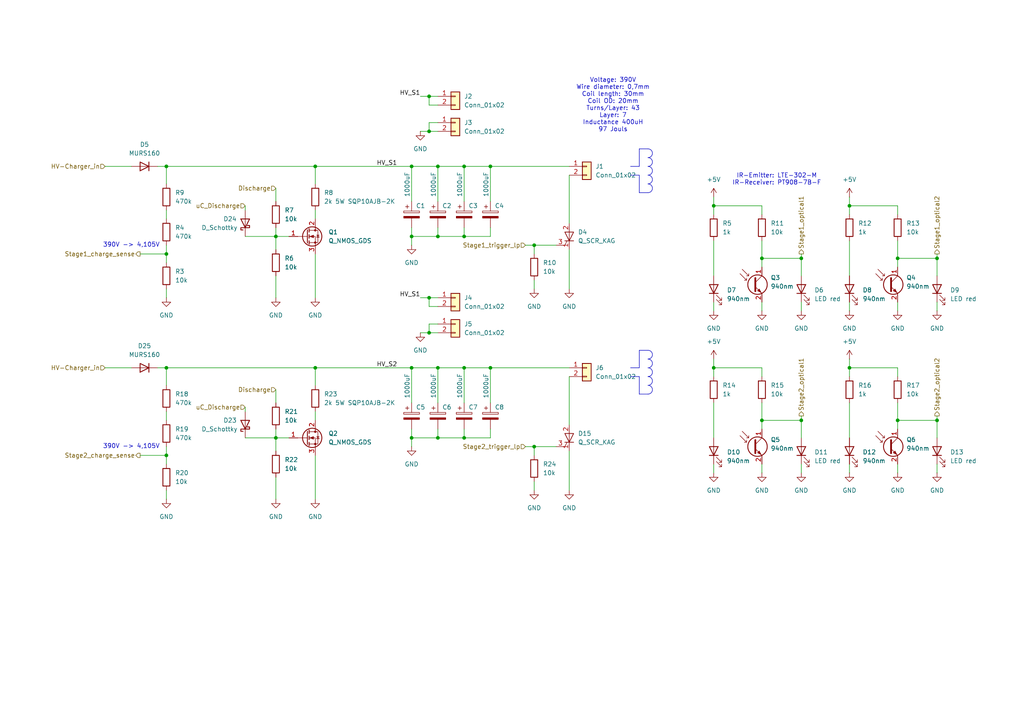
<source format=kicad_sch>
(kicad_sch (version 20250114) (generator "eeschema") (generator_version "9.0")
  (paper "A4")
  (lib_symbols
    (symbol "Connector_Generic:Conn_01x02" (pin_names (offset 1.016) (hide yes))
      (property "Reference" "J" (at 0 2.54 0))
      (property "Value" "Conn_01x02" (at 0 -5.08 0))
      (symbol "Conn_01x02_1_1"
        (rectangle (start -1.27 1.27) (end 1.27 -3.81) (stroke (width 0.254)) (fill (type background)))
        (rectangle (start -1.27 0.127) (end 0 -0.127) (stroke (width 0.1524)))
        (rectangle (start -1.27 -2.413) (end 0 -2.667) (stroke (width 0.1524)))
        (pin passive line (at -5.08 0 0) (length 3.81) (name "Pin_1") (number "1"))
        (pin passive line (at -5.08 -2.54 0) (length 3.81) (name "Pin_2") (number "2"))
      )
    )
    (symbol "Device:C_Polarized" (pin_numbers (hide yes)) (pin_names (offset 0.254))
      (property "Reference" "C" (at 0.635 2.54 0))
      (property "Value" "C_Polarized" (at 0.635 -2.54 0))
      (symbol "C_Polarized_0_1"
        (rectangle (start -2.286 0.508) (end 2.286 1.016))
        (polyline (pts (xy -1.778 2.286) (xy -0.762 2.286)))
        (polyline (pts (xy -1.27 2.794) (xy -1.27 1.778)))
        (rectangle (start 2.286 -0.508) (end -2.286 -1.016) (fill (type outline)))
      )
      (symbol "C_Polarized_1_1"
        (pin passive line (at 0 3.81 270) (length 2.794) (name "~") (number "1"))
        (pin passive line (at 0 -3.81 90) (length 2.794) (name "~") (number "2"))
      )
    )
    (symbol "Device:D" (pin_numbers (hide yes)) (pin_names (offset 1.016) (hide yes))
      (property "Reference" "D" (at 0 2.54 0))
      (property "Value" "D" (at 0 -2.54 0))
      (symbol "D_0_1"
        (polyline (pts (xy -1.27 1.27) (xy -1.27 -1.27)) (stroke (width 0.254)))
        (polyline (pts (xy 1.27 1.27) (xy 1.27 -1.27) (xy -1.27 0) (xy 1.27 1.27)) (stroke (width 0.254)))
        (polyline (pts (xy 1.27 0) (xy -1.27 0)))
      )
      (symbol "D_1_1"
        (pin passive line (at -3.81 0 0) (length 2.54) (name "K") (number "1"))
        (pin passive line (at 3.81 0 180) (length 2.54) (name "A") (number "2"))
      )
    )
    (symbol "Device:D_Schottky" (pin_numbers (hide yes)) (pin_names (offset 1.016) (hide yes))
      (property "Reference" "D" (at 0 2.54 0))
      (property "Value" "D_Schottky" (at 0 -2.54 0))
      (symbol "D_Schottky_0_1"
        (polyline (pts (xy -1.905 0.635) (xy -1.905 1.27) (xy -1.27 1.27) (xy -1.27 -1.27) (xy -0.635 -1.27) (xy -0.635 -0.635)) (stroke (width 0.254)))
        (polyline (pts (xy 1.27 1.27) (xy 1.27 -1.27) (xy -1.27 0) (xy 1.27 1.27)) (stroke (width 0.254)))
        (polyline (pts (xy 1.27 0) (xy -1.27 0)))
      )
      (symbol "D_Schottky_1_1"
        (pin passive line (at -3.81 0 0) (length 2.54) (name "K") (number "1"))
        (pin passive line (at 3.81 0 180) (length 2.54) (name "A") (number "2"))
      )
    )
    (symbol "Device:LED" (pin_numbers (hide yes)) (pin_names (offset 1.016) (hide yes))
      (property "Reference" "D" (at 0 2.54 0))
      (property "Value" "LED" (at 0 -2.54 0))
      (symbol "LED_0_1"
        (polyline (pts (xy -3.048 -0.762) (xy -4.572 -2.286) (xy -3.81 -2.286) (xy -4.572 -2.286) (xy -4.572 -1.524)))
        (polyline (pts (xy -1.778 -0.762) (xy -3.302 -2.286) (xy -2.54 -2.286) (xy -3.302 -2.286) (xy -3.302 -1.524)))
        (polyline (pts (xy -1.27 0) (xy 1.27 0)))
        (polyline (pts (xy -1.27 -1.27) (xy -1.27 1.27)) (stroke (width 0.254)))
        (polyline (pts (xy 1.27 -1.27) (xy 1.27 1.27) (xy -1.27 0) (xy 1.27 -1.27)) (stroke (width 0.254)))
      )
      (symbol "LED_1_1"
        (pin passive line (at -3.81 0 0) (length 2.54) (name "K") (number "1"))
        (pin passive line (at 3.81 0 180) (length 2.54) (name "A") (number "2"))
      )
    )
    (symbol "Device:Q_Photo_NPN" (pin_names (offset 0) (hide yes))
      (property "Reference" "Q" (at 5.08 1.27 0))
      (property "Value" "Q_Photo_NPN" (at 5.08 -1.27 0))
      (symbol "Q_Photo_NPN_0_1"
        (polyline (pts (xy -3.81 3.175) (xy -1.905 1.27) (xy -1.905 1.905)))
        (polyline (pts (xy -3.175 4.445) (xy -1.27 2.54) (xy -1.27 3.175)))
        (polyline (pts (xy -1.905 1.27) (xy -2.54 1.27)))
        (polyline (pts (xy -1.27 2.54) (xy -1.905 2.54)))
        (polyline (pts (xy 0.635 1.905) (xy 0.635 -1.905) (xy 0.635 -1.905)) (stroke (width 0.508)))
        (polyline (pts (xy 0.635 0.635) (xy 2.54 2.54)))
        (polyline (pts (xy 0.635 -0.635) (xy 2.54 -2.54) (xy 2.54 -2.54)))
        (circle (center 1.27 0) (radius 2.8194) (stroke (width 0.254)))
        (polyline (pts (xy 1.27 -1.778) (xy 1.778 -1.27) (xy 2.286 -2.286) (xy 1.27 -1.778) (xy 1.27 -1.778)) (fill (type outline)))
      )
      (symbol "Q_Photo_NPN_1_1"
        (pin passive line (at 2.54 5.08 270) (length 2.54) (name "C") (number "1"))
        (pin passive line (at 2.54 -5.08 90) (length 2.54) (name "E") (number "2"))
      )
    )
    (symbol "Device:Q_SCR_KAG" (pin_names (offset 0) (hide yes))
      (property "Reference" "D" (at 1.905 0.635 0))
      (property "Value" "Q_SCR_KAG" (at 1.905 -1.27 0))
      (symbol "Q_SCR_KAG_0_1"
        (polyline (pts (xy -1.27 1.27) (xy 1.27 1.27) (xy 0 -1.27) (xy -1.27 1.27)) (stroke (width 0.2032)))
        (polyline (pts (xy -1.27 -1.27) (xy 1.27 -1.27)) (stroke (width 0.2032)))
        (polyline (pts (xy -1.27 -2.54) (xy -0.635 -1.27)))
        (polyline (pts (xy 0 -2.54) (xy 0 2.54)))
      )
      (symbol "Q_SCR_KAG_1_1"
        (pin input line (at -3.81 -2.54 0) (length 2.54) (name "G") (number "3"))
        (pin passive line (at 0 3.81 270) (length 2.54) (name "A") (number "2"))
        (pin passive line (at 0 -3.81 90) (length 2.54) (name "K") (number "1"))
      )
    )
    (symbol "Device:R" (pin_numbers (hide yes)) (pin_names (offset 0))
      (property "Reference" "R" (at 2.032 0 90))
      (property "Value" "R" (at 0 0 90))
      (symbol "R_0_1"
        (rectangle (start -1.016 -2.54) (end 1.016 2.54) (stroke (width 0.254)))
      )
      (symbol "R_1_1"
        (pin passive line (at 0 3.81 270) (length 1.27) (name "~") (number "1"))
        (pin passive line (at 0 -3.81 90) (length 1.27) (name "~") (number "2"))
      )
    )
    (symbol "Transistor_FET:Q_NMOS_GDS" (pin_names (offset 0) (hide yes))
      (property "Reference" "Q" (at 5.08 1.905 0))
      (property "Value" "Q_NMOS_GDS" (at 5.08 0 0))
      (symbol "Q_NMOS_GDS_0_1"
        (polyline (pts (xy 0.254 1.905) (xy 0.254 -1.905)) (stroke (width 0.254)))
        (polyline (pts (xy 0.254 0) (xy -2.54 0)))
        (polyline (pts (xy 0.762 2.286) (xy 0.762 1.27)) (stroke (width 0.254)))
        (polyline (pts (xy 0.762 0.508) (xy 0.762 -0.508)) (stroke (width 0.254)))
        (polyline (pts (xy 0.762 -1.27) (xy 0.762 -2.286)) (stroke (width 0.254)))
        (polyline (pts (xy 0.762 -1.778) (xy 3.302 -1.778) (xy 3.302 1.778) (xy 0.762 1.778)))
        (polyline (pts (xy 1.016 0) (xy 2.032 0.381) (xy 2.032 -0.381) (xy 1.016 0)) (fill (type outline)))
        (circle (center 1.651 0) (radius 2.794) (stroke (width 0.254)))
        (polyline (pts (xy 2.54 2.54) (xy 2.54 1.778)))
        (circle (center 2.54 1.778) (radius 0.254) (fill (type outline)))
        (circle (center 2.54 -1.778) (radius 0.254) (fill (type outline)))
        (polyline (pts (xy 2.54 -2.54) (xy 2.54 0) (xy 0.762 0)))
        (polyline (pts (xy 2.921 0.381) (xy 3.683 0.381)))
        (polyline (pts (xy 3.302 0.381) (xy 2.921 -0.254) (xy 3.683 -0.254) (xy 3.302 0.381)))
      )
      (symbol "Q_NMOS_GDS_1_1"
        (pin input line (at -5.08 0 0) (length 2.54) (name "G") (number "1"))
        (pin passive line (at 2.54 5.08 270) (length 2.54) (name "D") (number "2"))
        (pin passive line (at 2.54 -5.08 90) (length 2.54) (name "S") (number "3"))
      )
    )
    (symbol "power:+5V" (power) (pin_numbers (hide yes)) (pin_names (offset 0) (hide yes))
      (property "Value" "+5V" (at 0 3.556 0))
      (symbol "+5V_0_1"
        (polyline (pts (xy -0.762 1.27) (xy 0 2.54)))
        (polyline (pts (xy 0 2.54) (xy 0.762 1.27)))
        (polyline (pts (xy 0 0) (xy 0 2.54)))
      )
      (symbol "+5V_1_1"
        (pin power_in line (at 0 0 90) (length 0) (name "~") (number "1"))
      )
    )
    (symbol "power:GND" (power) (pin_numbers (hide yes)) (pin_names (offset 0) (hide yes))
      (property "Value" "GND" (at 0 -3.81 0))
      (symbol "GND_0_1"
        (polyline (pts (xy 0 0) (xy 0 -1.27) (xy 1.27 -1.27) (xy 0 -2.54) (xy -1.27 -1.27) (xy 0 -1.27)))
      )
      (symbol "GND_1_1"
        (pin power_in line (at 0 0 270) (length 0) (name "~") (number "1"))
      )
    )
  )
  (arc (start 187.96 53.34) (mid 189.23 54.61) (end 187.96 55.88))
  (arc (start 187.96 43.18) (mid 189.23 44.45) (end 187.96 45.72))
  (arc (start 187.96 111.76) (mid 189.23 113.03) (end 187.96 114.3))
  (arc (start 187.96 106.68) (mid 189.23 107.95) (end 187.96 109.22))
  (arc (start 187.96 109.22) (mid 189.23 110.49) (end 187.96 111.76))
  (arc (start 187.96 48.26) (mid 189.23 49.53) (end 187.96 50.8))
  (arc (start 187.96 101.6) (mid 189.23 102.87) (end 187.96 104.14))
  (arc (start 187.96 45.72) (mid 189.23 46.99) (end 187.96 48.26))
  (arc (start 187.96 104.14) (mid 189.23 105.41) (end 187.96 106.68))
  (arc (start 187.96 50.8) (mid 189.23 52.07) (end 187.96 53.34))
  (text "IR-Emitter: LTE-302-M\nIR-Receiver: PT908-7B-F" (at 225.298 52.07 0) (effects (font (size 1.27 1.27))))
  (text "Voltage: 390V\nWire diameter: 0,7mm\nCoil length: 30mm\nCoil OD: 20mm\nTurns/Layer: 43\nLayer: 7\nInductance 400uH\n97 Jouls" (at 177.8 30.48 0) (effects (font (size 1.27 1.27))))
  (text "390V -> 4,105V" (at 38.1 71.12 0) (effects (font (size 1.27 1.27))))
  (text "390V -> 4,105V" (at 38.1 129.54 0) (effects (font (size 1.27 1.27))))
  (junction (at 220.98 121.92))
  (junction (at 260.35 74.93))
  (junction (at 48.26 106.68))
  (junction (at 124.46 38.1))
  (junction (at 127 68.58))
  (junction (at 142.24 48.26))
  (junction (at 124.46 96.52))
  (junction (at 134.62 106.68))
  (junction (at 154.94 71.12))
  (junction (at 127 127))
  (junction (at 246.38 106.68))
  (junction (at 48.26 48.26))
  (junction (at 134.62 127))
  (junction (at 48.26 73.66))
  (junction (at 80.01 68.58))
  (junction (at 246.38 59.69))
  (junction (at 48.26 132.08))
  (junction (at 119.38 127))
  (junction (at 124.46 27.94))
  (junction (at 127 48.26))
  (junction (at 271.78 121.92))
  (junction (at 119.38 68.58))
  (junction (at 91.44 106.68))
  (junction (at 154.94 129.54))
  (junction (at 260.35 121.92))
  (junction (at 271.78 74.93))
  (junction (at 119.38 106.68))
  (junction (at 207.01 106.68))
  (junction (at 91.44 48.26))
  (junction (at 80.01 127))
  (junction (at 124.46 86.36))
  (junction (at 207.01 59.69))
  (junction (at 232.41 74.93))
  (junction (at 119.38 48.26))
  (junction (at 127 106.68))
  (junction (at 134.62 68.58))
  (junction (at 134.62 48.26))
  (junction (at 232.41 121.92))
  (junction (at 142.24 106.68))
  (junction (at 220.98 74.93))
  (wire (pts (xy 207.01 57.15) (xy 207.01 59.69)))
  (wire (pts (xy 134.62 48.26) (xy 134.62 58.42)))
  (wire (pts (xy 45.72 106.68) (xy 48.26 106.68)))
  (wire (pts (xy 91.44 48.26) (xy 119.38 48.26)))
  (wire (pts (xy 207.01 134.62) (xy 207.01 137.16)))
  (wire (pts (xy 260.35 109.22) (xy 260.35 106.68)))
  (polyline (pts (xy 185.42 50.8) (xy 185.42 55.88)))
  (polyline (pts (xy 182.88 50.8) (xy 185.42 50.8)))
  (wire (pts (xy 271.78 120.65) (xy 271.78 121.92)))
  (wire (pts (xy 152.4 129.54) (xy 154.94 129.54)))
  (wire (pts (xy 119.38 127) (xy 119.38 129.54)))
  (wire (pts (xy 30.48 106.68) (xy 38.1 106.68)))
  (polyline (pts (xy 182.88 106.68) (xy 185.42 106.68)))
  (wire (pts (xy 127 48.26) (xy 127 58.42)))
  (wire (pts (xy 260.35 134.62) (xy 260.35 137.16)))
  (wire (pts (xy 124.46 30.48) (xy 124.46 27.94)))
  (wire (pts (xy 48.26 48.26) (xy 48.26 53.34)))
  (wire (pts (xy 127 35.56) (xy 124.46 35.56)))
  (wire (pts (xy 260.35 62.23) (xy 260.35 59.69)))
  (wire (pts (xy 48.26 60.96) (xy 48.26 63.5)))
  (wire (pts (xy 154.94 129.54) (xy 161.29 129.54)))
  (wire (pts (xy 121.92 86.36) (xy 124.46 86.36)))
  (wire (pts (xy 260.35 121.92) (xy 271.78 121.92)))
  (wire (pts (xy 127 93.98) (xy 124.46 93.98)))
  (wire (pts (xy 260.35 106.68) (xy 246.38 106.68)))
  (wire (pts (xy 119.38 68.58) (xy 127 68.58)))
  (wire (pts (xy 165.1 72.39) (xy 165.1 83.82)))
  (wire (pts (xy 220.98 121.92) (xy 232.41 121.92)))
  (wire (pts (xy 165.1 50.8) (xy 165.1 64.77)))
  (polyline (pts (xy 185.42 106.68) (xy 185.42 101.6)))
  (wire (pts (xy 154.94 71.12) (xy 154.94 73.66)))
  (wire (pts (xy 220.98 109.22) (xy 220.98 106.68)))
  (wire (pts (xy 48.26 132.08) (xy 48.26 134.62)))
  (wire (pts (xy 80.01 113.03) (xy 80.01 116.84)))
  (wire (pts (xy 134.62 48.26) (xy 142.24 48.26)))
  (polyline (pts (xy 185.42 55.88) (xy 187.96 55.88)))
  (wire (pts (xy 246.38 57.15) (xy 246.38 59.69)))
  (wire (pts (xy 121.92 38.1) (xy 124.46 38.1)))
  (wire (pts (xy 91.44 48.26) (xy 48.26 48.26)))
  (wire (pts (xy 134.62 127) (xy 142.24 127)))
  (wire (pts (xy 246.38 116.84) (xy 246.38 127)))
  (wire (pts (xy 246.38 69.85) (xy 246.38 80.01)))
  (wire (pts (xy 246.38 104.14) (xy 246.38 106.68)))
  (wire (pts (xy 134.62 127) (xy 134.62 124.46)))
  (wire (pts (xy 119.38 127) (xy 119.38 124.46)))
  (wire (pts (xy 48.26 73.66) (xy 48.26 76.2)))
  (wire (pts (xy 124.46 30.48) (xy 127 30.48)))
  (wire (pts (xy 142.24 106.68) (xy 165.1 106.68)))
  (wire (pts (xy 40.64 73.66) (xy 48.26 73.66)))
  (wire (pts (xy 220.98 116.84) (xy 220.98 121.92)))
  (wire (pts (xy 124.46 93.98) (xy 124.46 96.52)))
  (wire (pts (xy 127 106.68) (xy 127 116.84)))
  (wire (pts (xy 154.94 81.28) (xy 154.94 83.82)))
  (wire (pts (xy 271.78 121.92) (xy 271.78 127)))
  (wire (pts (xy 119.38 68.58) (xy 119.38 71.12)))
  (wire (pts (xy 127 68.58) (xy 134.62 68.58)))
  (wire (pts (xy 80.01 127) (xy 80.01 130.81)))
  (wire (pts (xy 134.62 106.68) (xy 134.62 116.84)))
  (wire (pts (xy 154.94 71.12) (xy 161.29 71.12)))
  (polyline (pts (xy 185.42 43.18) (xy 187.96 43.18)))
  (wire (pts (xy 71.12 59.69) (xy 71.12 60.96)))
  (wire (pts (xy 220.98 74.93) (xy 220.98 77.47)))
  (wire (pts (xy 91.44 119.38) (xy 91.44 121.92)))
  (wire (pts (xy 48.26 71.12) (xy 48.26 73.66)))
  (wire (pts (xy 91.44 106.68) (xy 119.38 106.68)))
  (wire (pts (xy 154.94 129.54) (xy 154.94 132.08)))
  (wire (pts (xy 232.41 73.66) (xy 232.41 74.93)))
  (wire (pts (xy 134.62 106.68) (xy 142.24 106.68)))
  (wire (pts (xy 207.01 59.69) (xy 207.01 62.23)))
  (wire (pts (xy 127 48.26) (xy 134.62 48.26)))
  (wire (pts (xy 127 68.58) (xy 127 66.04)))
  (wire (pts (xy 271.78 134.62) (xy 271.78 137.16)))
  (wire (pts (xy 142.24 68.58) (xy 134.62 68.58)))
  (wire (pts (xy 232.41 121.92) (xy 232.41 127)))
  (wire (pts (xy 91.44 106.68) (xy 48.26 106.68)))
  (wire (pts (xy 119.38 106.68) (xy 127 106.68)))
  (wire (pts (xy 119.38 48.26) (xy 119.38 58.42)))
  (wire (pts (xy 48.26 144.78) (xy 48.26 142.24)))
  (wire (pts (xy 207.01 106.68) (xy 207.01 109.22)))
  (wire (pts (xy 142.24 106.68) (xy 142.24 116.84)))
  (wire (pts (xy 142.24 127) (xy 142.24 124.46)))
  (wire (pts (xy 271.78 74.93) (xy 271.78 80.01)))
  (wire (pts (xy 220.98 69.85) (xy 220.98 74.93)))
  (wire (pts (xy 246.38 59.69) (xy 246.38 62.23)))
  (wire (pts (xy 220.98 121.92) (xy 220.98 124.46)))
  (wire (pts (xy 91.44 48.26) (xy 91.44 53.34)))
  (wire (pts (xy 121.92 27.94) (xy 124.46 27.94)))
  (wire (pts (xy 260.35 116.84) (xy 260.35 121.92)))
  (wire (pts (xy 134.62 68.58) (xy 134.62 66.04)))
  (wire (pts (xy 207.01 116.84) (xy 207.01 127)))
  (wire (pts (xy 232.41 134.62) (xy 232.41 137.16)))
  (wire (pts (xy 260.35 74.93) (xy 271.78 74.93)))
  (wire (pts (xy 80.01 80.01) (xy 80.01 86.36)))
  (wire (pts (xy 48.26 106.68) (xy 48.26 111.76)))
  (wire (pts (xy 142.24 48.26) (xy 142.24 58.42)))
  (wire (pts (xy 152.4 71.12) (xy 154.94 71.12)))
  (wire (pts (xy 119.38 68.58) (xy 119.38 66.04)))
  (wire (pts (xy 119.38 106.68) (xy 119.38 116.84)))
  (polyline (pts (xy 182.88 48.26) (xy 185.42 48.26)))
  (wire (pts (xy 91.44 106.68) (xy 91.44 111.76)))
  (wire (pts (xy 246.38 87.63) (xy 246.38 90.17)))
  (wire (pts (xy 220.98 106.68) (xy 207.01 106.68)))
  (wire (pts (xy 124.46 96.52) (xy 127 96.52)))
  (polyline (pts (xy 185.42 114.3) (xy 187.96 114.3)))
  (wire (pts (xy 80.01 54.61) (xy 80.01 58.42)))
  (wire (pts (xy 260.35 69.85) (xy 260.35 74.93)))
  (wire (pts (xy 232.41 74.93) (xy 232.41 80.01)))
  (wire (pts (xy 124.46 88.9) (xy 124.46 86.36)))
  (wire (pts (xy 80.01 124.46) (xy 80.01 127)))
  (wire (pts (xy 40.64 132.08) (xy 48.26 132.08)))
  (wire (pts (xy 80.01 68.58) (xy 83.82 68.58)))
  (wire (pts (xy 127 127) (xy 127 124.46)))
  (wire (pts (xy 260.35 121.92) (xy 260.35 124.46)))
  (wire (pts (xy 48.26 119.38) (xy 48.26 121.92)))
  (wire (pts (xy 207.01 104.14) (xy 207.01 106.68)))
  (wire (pts (xy 80.01 66.04) (xy 80.01 68.58)))
  (wire (pts (xy 124.46 27.94) (xy 127 27.94)))
  (wire (pts (xy 232.41 120.65) (xy 232.41 121.92)))
  (wire (pts (xy 45.72 48.26) (xy 48.26 48.26)))
  (wire (pts (xy 142.24 48.26) (xy 165.1 48.26)))
  (wire (pts (xy 246.38 134.62) (xy 246.38 137.16)))
  (wire (pts (xy 246.38 106.68) (xy 246.38 109.22)))
  (wire (pts (xy 124.46 38.1) (xy 127 38.1)))
  (wire (pts (xy 232.41 87.63) (xy 232.41 90.17)))
  (wire (pts (xy 220.98 74.93) (xy 232.41 74.93)))
  (wire (pts (xy 124.46 88.9) (xy 127 88.9)))
  (wire (pts (xy 127 106.68) (xy 134.62 106.68)))
  (wire (pts (xy 48.26 86.36) (xy 48.26 83.82)))
  (wire (pts (xy 80.01 68.58) (xy 80.01 72.39)))
  (wire (pts (xy 165.1 109.22) (xy 165.1 123.19)))
  (wire (pts (xy 271.78 73.66) (xy 271.78 74.93)))
  (wire (pts (xy 119.38 48.26) (xy 127 48.26)))
  (polyline (pts (xy 185.42 109.22) (xy 185.42 114.3)))
  (wire (pts (xy 220.98 134.62) (xy 220.98 137.16)))
  (wire (pts (xy 91.44 73.66) (xy 91.44 86.36)))
  (wire (pts (xy 80.01 138.43) (xy 80.01 144.78)))
  (wire (pts (xy 48.26 129.54) (xy 48.26 132.08)))
  (wire (pts (xy 260.35 74.93) (xy 260.35 77.47)))
  (polyline (pts (xy 182.88 109.22) (xy 185.42 109.22)))
  (wire (pts (xy 220.98 62.23) (xy 220.98 59.69)))
  (wire (pts (xy 220.98 87.63) (xy 220.98 90.17)))
  (wire (pts (xy 220.98 59.69) (xy 207.01 59.69)))
  (wire (pts (xy 30.48 48.26) (xy 38.1 48.26)))
  (wire (pts (xy 71.12 118.11) (xy 71.12 119.38)))
  (wire (pts (xy 71.12 68.58) (xy 80.01 68.58)))
  (wire (pts (xy 124.46 86.36) (xy 127 86.36)))
  (wire (pts (xy 154.94 139.7) (xy 154.94 142.24)))
  (wire (pts (xy 80.01 127) (xy 83.82 127)))
  (polyline (pts (xy 185.42 101.6) (xy 187.96 101.6)))
  (wire (pts (xy 260.35 87.63) (xy 260.35 90.17)))
  (wire (pts (xy 71.12 127) (xy 80.01 127)))
  (wire (pts (xy 91.44 132.08) (xy 91.44 144.78)))
  (wire (pts (xy 207.01 87.63) (xy 207.01 90.17)))
  (polyline (pts (xy 185.42 48.26) (xy 185.42 43.18)))
  (wire (pts (xy 121.92 96.52) (xy 124.46 96.52)))
  (wire (pts (xy 260.35 59.69) (xy 246.38 59.69)))
  (wire (pts (xy 271.78 87.63) (xy 271.78 90.17)))
  (wire (pts (xy 127 127) (xy 134.62 127)))
  (wire (pts (xy 207.01 69.85) (xy 207.01 80.01)))
  (wire (pts (xy 124.46 35.56) (xy 124.46 38.1)))
  (wire (pts (xy 119.38 127) (xy 127 127)))
  (wire (pts (xy 142.24 68.58) (xy 142.24 66.04)))
  (wire (pts (xy 91.44 60.96) (xy 91.44 63.5)))
  (wire (pts (xy 165.1 130.81) (xy 165.1 142.24)))
  (label "HV_S2" (at 109.22 106.68 0))
  (label "HV_S1" (at 121.92 27.94 180))
  (label "HV_S1" (at 109.22 48.26 0))
  (label "HV_S1" (at 121.92 86.36 180))
  (hierarchical_label "uC_Discharge" (shape input) (at 71.12 59.69 180))
  (hierarchical_label "Stage2_optical2" (shape output) (at 271.78 120.65 90))
  (hierarchical_label "uC_Discharge" (shape input) (at 71.12 118.11 180))
  (hierarchical_label "Discharge" (shape input) (at 80.01 54.61 180))
  (hierarchical_label "Stage2_trigger_lp" (shape input) (at 152.4 129.54 180))
  (hierarchical_label "HV-Charger_in" (shape input) (at 30.48 106.68 180))
  (hierarchical_label "Stage2_optical1" (shape output) (at 232.41 120.65 90))
  (hierarchical_label "Discharge" (shape input) (at 80.01 113.03 180))
  (hierarchical_label "Stage2_charge_sense" (shape output) (at 40.64 132.08 180))
  (hierarchical_label "Stage1_trigger_lp" (shape input) (at 152.4 71.12 180))
  (hierarchical_label "Stage1_optical1" (shape output) (at 232.41 73.66 90))
  (hierarchical_label "Stage1_charge_sense" (shape output) (at 40.64 73.66 180))
  (hierarchical_label "HV-Charger_in" (shape input) (at 30.48 48.26 180))
  (hierarchical_label "Stage1_optical2" (shape output) (at 271.78 73.66 90))
  (symbol (lib_id "Device:R") (at 246.38 66.04 0) (unit 1)
    (property "Reference" "R12" (at 248.92 64.7699 0) (effects (justify left)))
    (property "Value" "1k" (at 248.92 67.3099 0) (effects (justify left)))
    (property "Footprint" "Resistor_SMD:R_0805_2012Metric_Pad1.20x1.40mm_HandSolder" (effects (hide yes)))
    (property "Description" "Resistor" (effects (hide yes)))
    (property "MPN" "RC0805FR-101KL" (effects (hide yes)))
  )
  (symbol (lib_id "power:+5V") (at 207.01 57.15 0) (unit 1)
    (property "Reference" "#PWR021" (effects (hide yes)))
    (property "Value" "+5V" (at 207.01 52.07 0))
    (property "Description" "Power symbol creates a global label with name \"+5V\"" (effects (hide yes)))
  )
  (symbol (lib_id "Device:Q_Photo_NPN") (at 257.81 129.54 0) (unit 1)
    (property "Reference" "Q6" (at 262.89 127.5206 0) (effects (justify left)))
    (property "Value" "940nm" (at 262.89 130.0606 0) (effects (justify left)))
    (property "Footprint" "LED_THT:LED_SideEmitter_Rectangular_W4.5mm_H1.6mm" (effects (hide yes)))
    (property "Datasheet" "https://mm.digikey.com/Volume0/opasdata/d220001/medias/docus/7136/1080_PT908-7B-F.pdf" (effects (hide yes)))
    (property "Description" "NPN phototransistor, collector/emitter" (effects (hide yes)))
    (property "MPN" "PT908-7B-F" (effects (hide yes)))
  )
  (symbol (lib_id "power:+5V") (at 246.38 104.14 0) (unit 1)
    (property "Reference" "#PWR031" (effects (hide yes)))
    (property "Value" "+5V" (at 246.38 99.06 0))
    (property "Description" "Power symbol creates a global label with name \"+5V\"" (effects (hide yes)))
  )
  (symbol (lib_id "Device:LED") (at 246.38 83.82 90) (unit 1)
    (property "Reference" "D8" (at 250.19 84.1374 90) (effects (justify right)))
    (property "Value" "940nm" (at 250.19 86.6774 90) (effects (justify right)))
    (property "Footprint" "LED_THT:LED_SideEmitter_Rectangular_W4.5mm_H1.6mm" (effects (hide yes)))
    (property "Datasheet" "https://mm.digikey.com/Volume0/opasdata/d220001/medias/docus/1187/LTE-302-M.PDF" (effects (hide yes)))
    (property "Description" "Light emitting diode" (effects (hide yes)))
    (property "Sim.Pins" "1=K 2=A" (effects (hide yes)))
    (property "MPN" "LTE-302-M" (effects (hide yes)))
  )
  (symbol (lib_id "Device:D_Schottky") (at 71.12 123.19 90) (unit 1)
    (property "Reference" "D23" (at 64.77 121.92 90) (effects (justify right)))
    (property "Value" "D_Schottky" (at 58.42 124.46 90) (effects (justify right)))
    (property "Footprint" "Diode_SMD:D_SOD-123" (effects (hide yes)))
    (property "Datasheet" "https://www.diodes.com/assets/Datasheets/B0540W.pdf" (effects (hide yes)))
    (property "Description" "Schottky diode" (effects (hide yes)))
    (property "MPN" "B0540W-7-F" (effects (hide yes)))
  )
  (symbol (lib_id "power:GND") (at 260.35 137.16 0) (unit 1)
    (property "Reference" "#PWR033" (effects (hide yes)))
    (property "Value" "GND" (at 260.35 142.24 0))
    (property "Description" "Power symbol creates a global label with name \"GND\" , ground" (effects (hide yes)))
  )
  (symbol (lib_id "Device:R") (at 48.26 138.43 0) (unit 1)
    (property "Reference" "R20" (at 50.8 137.1599 0) (effects (justify left)))
    (property "Value" "10k" (at 50.8 139.6999 0) (effects (justify left)))
    (property "Footprint" "Resistor_SMD:R_0805_2012Metric_Pad1.20x1.40mm_HandSolder" (effects (hide yes)))
    (property "Description" "Resistor" (effects (hide yes)))
    (property "MPN" "RC0805FR-0710KL" (effects (hide yes)))
  )
  (symbol (lib_id "Device:D_Schottky") (at 71.12 64.77 90) (unit 1)
    (property "Reference" "D24" (at 64.77 63.5 90) (effects (justify right)))
    (property "Value" "D_Schottky" (at 58.42 66.04 90) (effects (justify right)))
    (property "Footprint" "Diode_SMD:D_SOD-123" (effects (hide yes)))
    (property "Datasheet" "https://www.diodes.com/assets/Datasheets/B0540W.pdf" (effects (hide yes)))
    (property "Description" "Schottky diode" (effects (hide yes)))
    (property "MPN" "B0540W-7-F" (effects (hide yes)))
  )
  (symbol (lib_id "Device:R") (at 48.26 57.15 0) (unit 1)
    (property "Reference" "R9" (at 50.8 55.8799 0) (effects (justify left)))
    (property "Value" "470k" (at 50.8 58.4199 0) (effects (justify left)))
    (property "Footprint" "Resistor_THT:R_Axial_DIN0207_L6.3mm_D2.5mm_P10.16mm_Horizontal" (effects (hide yes)))
    (property "Description" "Resistor" (effects (hide yes)))
    (property "MPN" "RNV14FAL470K" (effects (hide yes)))
  )
  (symbol (lib_id "Device:Q_Photo_NPN") (at 218.44 82.55 0) (unit 1)
    (property "Reference" "Q3" (at 223.52 80.5306 0) (effects (justify left)))
    (property "Value" "940nm" (at 223.52 83.0706 0) (effects (justify left)))
    (property "Footprint" "LED_THT:LED_SideEmitter_Rectangular_W4.5mm_H1.6mm" (effects (hide yes)))
    (property "Datasheet" "https://mm.digikey.com/Volume0/opasdata/d220001/medias/docus/7136/1080_PT908-7B-F.pdf" (effects (hide yes)))
    (property "Description" "NPN phototransistor, collector/emitter" (effects (hide yes)))
    (property "MPN" "PT908-7B-F" (effects (hide yes)))
  )
  (symbol (lib_id "power:GND") (at 121.92 38.1 0) (unit 1)
    (property "Reference" "#PWR09" (effects (hide yes)))
    (property "Value" "GND" (at 121.92 43.18 0))
    (property "Description" "Power symbol creates a global label with name \"GND\" , ground" (effects (hide yes)))
  )
  (symbol (lib_id "power:GND") (at 165.1 83.82 0) (unit 1)
    (property "Reference" "#PWR011" (effects (hide yes)))
    (property "Value" "GND" (at 165.1 88.9 0))
    (property "Description" "Power symbol creates a global label with name \"GND\" , ground" (effects (hide yes)))
  )
  (symbol (lib_id "Device:R") (at 80.01 76.2 0) (unit 1)
    (property "Reference" "R6" (at 82.55 74.9299 0) (effects (justify left)))
    (property "Value" "10k" (at 82.55 77.4699 0) (effects (justify left)))
    (property "Footprint" "Resistor_SMD:R_0805_2012Metric_Pad1.20x1.40mm_HandSolder" (effects (hide yes)))
    (property "Description" "Resistor" (effects (hide yes)))
    (property "MPN" "RC0805FR-0710KL" (effects (hide yes)))
  )
  (symbol (lib_id "Device:R") (at 207.01 66.04 0) (unit 1)
    (property "Reference" "R5" (at 209.55 64.7699 0) (effects (justify left)))
    (property "Value" "1k" (at 209.55 67.3099 0) (effects (justify left)))
    (property "Footprint" "Resistor_SMD:R_0805_2012Metric_Pad1.20x1.40mm_HandSolder" (effects (hide yes)))
    (property "Description" "Resistor" (effects (hide yes)))
    (property "MPN" "RC0805FR-101KL" (effects (hide yes)))
  )
  (symbol (lib_id "Device:D") (at 41.91 106.68 180) (unit 1)
    (property "Reference" "D25" (at 41.91 100.33 0))
    (property "Value" "MURS160" (at 41.91 102.87 0))
    (property "Footprint" "Diode_SMD:D_SMB_Handsoldering" (effects (hide yes)))
    (property "Description" "Diode" (effects (hide yes)))
    (property "Sim.Device" "D" (effects (hide yes)))
    (property "Sim.Pins" "1=K 2=A" (effects (hide yes)))
    (property "MPN" "MURS160" (effects (hide yes)))
  )
  (symbol (lib_id "Device:R") (at 154.94 77.47 0) (unit 1)
    (property "Reference" "R10" (at 157.48 76.1999 0) (effects (justify left)))
    (property "Value" "10k" (at 157.48 78.7399 0) (effects (justify left)))
    (property "Footprint" "Resistor_SMD:R_0805_2012Metric_Pad1.20x1.40mm_HandSolder" (effects (hide yes)))
    (property "Description" "Resistor" (effects (hide yes)))
    (property "MPN" "RC0805FR-0710KL" (effects (hide yes)))
  )
  (symbol (lib_id "Device:C_Polarized") (at 142.24 120.65 0) (unit 1)
    (property "Reference" "C8" (at 143.51 118.11 0) (effects (justify left)))
    (property "Value" "1000uF" (at 140.97 115.57 90) (effects (justify left)))
    (property "Footprint" "Capacitor_THT:CP_Radial_D35.0mm_P10.00mm_SnapIn" (effects (hide yes)))
    (property "Datasheet" "https://www.chemi-con.co.jp/products/relatedfiles/capacitor/catalog/SMRN-e.PDF" (effects (hide yes)))
    (property "Description" "Polarized capacitor" (effects (hide yes)))
    (property "MPN" "ESMR401VSN102MA50S" (effects (hide yes)))
  )
  (symbol (lib_id "power:GND") (at 246.38 137.16 0) (unit 1)
    (property "Reference" "#PWR032" (effects (hide yes)))
    (property "Value" "GND" (at 246.38 142.24 0))
    (property "Description" "Power symbol creates a global label with name \"GND\" , ground" (effects (hide yes)))
  )
  (symbol (lib_id "Device:Q_SCR_KAG") (at 165.1 127 0) (unit 1)
    (property "Reference" "D15" (at 167.64 125.7299 0) (effects (justify left)))
    (property "Value" "Q_SCR_KAG" (at 167.64 128.2699 0) (effects (justify left)))
    (property "Footprint" "Package_TO_SOT_THT:TO-247-3_Vertical" (effects (hide yes)))
    (property "Description" "Silicon controlled rectifier, cathode/anode/gate" (effects (hide yes)))
    (property "MPN" "70TPS12" (effects (hide yes)))
  )
  (symbol (lib_id "Device:R") (at 80.01 120.65 0) (unit 1)
    (property "Reference" "R21" (at 82.55 119.3799 0) (effects (justify left)))
    (property "Value" "10k" (at 82.55 121.9199 0) (effects (justify left)))
    (property "Footprint" "Resistor_SMD:R_0805_2012Metric_Pad1.20x1.40mm_HandSolder" (effects (hide yes)))
    (property "Description" "Resistor" (effects (hide yes)))
    (property "MPN" "RC0805FR-0710KL" (effects (hide yes)))
  )
  (symbol (lib_id "Device:R") (at 246.38 113.03 0) (unit 1)
    (property "Reference" "R16" (at 248.92 111.7599 0) (effects (justify left)))
    (property "Value" "1k" (at 248.92 114.2999 0) (effects (justify left)))
    (property "Footprint" "Resistor_SMD:R_0805_2012Metric_Pad1.20x1.40mm_HandSolder" (effects (hide yes)))
    (property "Description" "Resistor" (effects (hide yes)))
    (property "MPN" "RC0805FR-101KL" (effects (hide yes)))
  )
  (symbol (lib_id "Connector_Generic:Conn_01x02") (at 132.08 93.98 0) (unit 1)
    (property "Reference" "J5" (at 134.62 93.9799 0) (effects (justify left)))
    (property "Value" "Conn_01x02" (at 134.62 96.5199 0) (effects (justify left)))
    (property "Footprint" "Connector_PinHeader_2.54mm:PinHeader_1x02_P2.54mm_Vertical" (effects (hide yes)))
    (property "Description" "Generic connector, single row, 01x02, script generated (kicad-library-utils/schlib/autogen/connector/)" (effects (hide yes)))
  )
  (symbol (lib_id "Device:R") (at 80.01 62.23 0) (unit 1)
    (property "Reference" "R7" (at 82.55 60.9599 0) (effects (justify left)))
    (property "Value" "10k" (at 82.55 63.4999 0) (effects (justify left)))
    (property "Footprint" "Resistor_SMD:R_0805_2012Metric_Pad1.20x1.40mm_HandSolder" (effects (hide yes)))
    (property "Description" "Resistor" (effects (hide yes)))
    (property "MPN" "RC0805FR-0710KL" (effects (hide yes)))
  )
  (symbol (lib_id "Device:R") (at 220.98 113.03 0) (unit 1)
    (property "Reference" "R15" (at 223.52 111.7599 0) (effects (justify left)))
    (property "Value" "10k" (at 223.52 114.2999 0) (effects (justify left)))
    (property "Footprint" "Resistor_SMD:R_0805_2012Metric_Pad1.20x1.40mm_HandSolder" (effects (hide yes)))
    (property "Description" "Resistor" (effects (hide yes)))
    (property "MPN" "RC0805FR-0710KL" (effects (hide yes)))
  )
  (symbol (lib_id "Device:R") (at 48.26 67.31 0) (unit 1)
    (property "Reference" "R4" (at 50.8 66.0399 0) (effects (justify left)))
    (property "Value" "470k" (at 50.8 68.5799 0) (effects (justify left)))
    (property "Footprint" "Resistor_THT:R_Axial_DIN0207_L6.3mm_D2.5mm_P10.16mm_Horizontal" (effects (hide yes)))
    (property "Description" "Resistor" (effects (hide yes)))
    (property "MPN" "RNV14FAL470K" (effects (hide yes)))
  )
  (symbol (lib_id "Device:R") (at 48.26 115.57 0) (unit 1)
    (property "Reference" "R18" (at 50.8 114.2999 0) (effects (justify left)))
    (property "Value" "470k" (at 50.8 116.8399 0) (effects (justify left)))
    (property "Footprint" "Resistor_THT:R_Axial_DIN0207_L6.3mm_D2.5mm_P10.16mm_Horizontal" (effects (hide yes)))
    (property "Description" "Resistor" (effects (hide yes)))
    (property "MPN" "RNV14FAL470K" (effects (hide yes)))
  )
  (symbol (lib_id "power:GND") (at 207.01 137.16 0) (unit 1)
    (property "Reference" "#PWR028" (effects (hide yes)))
    (property "Value" "GND" (at 207.01 142.24 0))
    (property "Description" "Power symbol creates a global label with name \"GND\" , ground" (effects (hide yes)))
  )
  (symbol (lib_id "power:GND") (at 91.44 144.78 0) (unit 1)
    (property "Reference" "#PWR038" (effects (hide yes)))
    (property "Value" "GND" (at 91.44 149.86 0))
    (property "Description" "Power symbol creates a global label with name \"GND\" , ground" (effects (hide yes)))
  )
  (symbol (lib_id "Transistor_FET:Q_NMOS_GDS") (at 88.9 68.58 0) (unit 1)
    (property "Reference" "Q1" (at 95.25 67.3099 0) (effects (justify left)))
    (property "Value" "Q_NMOS_GDS" (at 95.25 69.8499 0) (effects (justify left)))
    (property "Footprint" "Package_TO_SOT_SMD:SOT-223-3_TabPin2" (effects (hide yes)))
    (property "Datasheet" "https://www.infineon.com/assets/row/public/documents/24/49/infineon-ipn60r3k4ce-ds-en.pdf?fileId=5546d46253f6505701547af659125b4d" (effects (hide yes)))
    (property "Description" "N-MOSFET transistor, gate/drain/source" (effects (hide yes)))
    (property "MPN" "IPN60R3K4CEATMA1" (effects (hide yes)))
  )
  (symbol (lib_id "Device:Q_SCR_KAG") (at 165.1 68.58 0) (unit 1)
    (property "Reference" "D4" (at 167.64 67.3099 0) (effects (justify left)))
    (property "Value" "Q_SCR_KAG" (at 167.64 69.8499 0) (effects (justify left)))
    (property "Footprint" "Package_TO_SOT_THT:TO-247-3_Vertical" (effects (hide yes)))
    (property "Description" "Silicon controlled rectifier, cathode/anode/gate" (effects (hide yes)))
    (property "MPN" "70TPS12" (effects (hide yes)))
  )
  (symbol (lib_id "power:GND") (at 232.41 137.16 0) (unit 1)
    (property "Reference" "#PWR030" (effects (hide yes)))
    (property "Value" "GND" (at 232.41 142.24 0))
    (property "Description" "Power symbol creates a global label with name \"GND\" , ground" (effects (hide yes)))
  )
  (symbol (lib_id "Transistor_FET:Q_NMOS_GDS") (at 88.9 127 0) (unit 1)
    (property "Reference" "Q2" (at 95.25 125.7299 0) (effects (justify left)))
    (property "Value" "Q_NMOS_GDS" (at 95.25 128.2699 0) (effects (justify left)))
    (property "Footprint" "Package_TO_SOT_SMD:SOT-223-3_TabPin2" (effects (hide yes)))
    (property "Datasheet" "https://www.infineon.com/assets/row/public/documents/24/49/infineon-ipn60r3k4ce-ds-en.pdf?fileId=5546d46253f6505701547af659125b4d" (effects (hide yes)))
    (property "Description" "N-MOSFET transistor, gate/drain/source" (effects (hide yes)))
    (property "MPN" "IPN60R3K4CEATMA1" (effects (hide yes)))
  )
  (symbol (lib_id "Connector_Generic:Conn_01x02") (at 132.08 86.36 0) (unit 1)
    (property "Reference" "J4" (at 134.62 86.3599 0) (effects (justify left)))
    (property "Value" "Conn_01x02" (at 134.62 88.8999 0) (effects (justify left)))
    (property "Footprint" "Connector_PinHeader_2.54mm:PinHeader_1x02_P2.54mm_Vertical" (effects (hide yes)))
    (property "Description" "Generic connector, single row, 01x02, script generated (kicad-library-utils/schlib/autogen/connector/)" (effects (hide yes)))
  )
  (symbol (lib_id "power:GND") (at 121.92 96.52 0) (unit 1)
    (property "Reference" "#PWR040" (effects (hide yes)))
    (property "Value" "GND" (at 121.92 101.6 0))
    (property "Description" "Power symbol creates a global label with name \"GND\" , ground" (effects (hide yes)))
  )
  (symbol (lib_id "power:GND") (at 271.78 137.16 0) (unit 1)
    (property "Reference" "#PWR034" (effects (hide yes)))
    (property "Value" "GND" (at 271.78 142.24 0))
    (property "Description" "Power symbol creates a global label with name \"GND\" , ground" (effects (hide yes)))
  )
  (symbol (lib_id "Device:C_Polarized") (at 127 62.23 0) (unit 1)
    (property "Reference" "C2" (at 128.27 59.69 0) (effects (justify left)))
    (property "Value" "1000uF" (at 125.73 57.15 90) (effects (justify left)))
    (property "Footprint" "Capacitor_THT:CP_Radial_D35.0mm_P10.00mm_SnapIn" (effects (hide yes)))
    (property "Datasheet" "https://www.chemi-con.co.jp/products/relatedfiles/capacitor/catalog/SMRN-e.PDF" (effects (hide yes)))
    (property "Description" "Polarized capacitor" (effects (hide yes)))
    (property "MPN" "ESMR401VSN102MA50S" (effects (hide yes)))
  )
  (symbol (lib_id "power:GND") (at 48.26 86.36 0) (unit 1)
    (property "Reference" "#PWR014" (effects (hide yes)))
    (property "Value" "GND" (at 48.26 91.44 0))
    (property "Description" "Power symbol creates a global label with name \"GND\" , ground" (effects (hide yes)))
  )
  (symbol (lib_id "power:GND") (at 154.94 142.24 0) (unit 1)
    (property "Reference" "#PWR041" (effects (hide yes)))
    (property "Value" "GND" (at 154.94 147.32 0))
    (property "Description" "Power symbol creates a global label with name \"GND\" , ground" (effects (hide yes)))
  )
  (symbol (lib_id "power:GND") (at 220.98 137.16 0) (unit 1)
    (property "Reference" "#PWR029" (effects (hide yes)))
    (property "Value" "GND" (at 220.98 142.24 0))
    (property "Description" "Power symbol creates a global label with name \"GND\" , ground" (effects (hide yes)))
  )
  (symbol (lib_id "Device:R") (at 220.98 66.04 0) (unit 1)
    (property "Reference" "R11" (at 223.52 64.7699 0) (effects (justify left)))
    (property "Value" "10k" (at 223.52 67.3099 0) (effects (justify left)))
    (property "Footprint" "Resistor_SMD:R_0805_2012Metric_Pad1.20x1.40mm_HandSolder" (effects (hide yes)))
    (property "Description" "Resistor" (effects (hide yes)))
    (property "MPN" "RC0805FR-0710KL" (effects (hide yes)))
  )
  (symbol (lib_id "Device:R") (at 207.01 113.03 0) (unit 1)
    (property "Reference" "R14" (at 209.55 111.7599 0) (effects (justify left)))
    (property "Value" "1k" (at 209.55 114.2999 0) (effects (justify left)))
    (property "Footprint" "Resistor_SMD:R_0805_2012Metric_Pad1.20x1.40mm_HandSolder" (effects (hide yes)))
    (property "Description" "Resistor" (effects (hide yes)))
    (property "MPN" "RC0805FR-101KL" (effects (hide yes)))
  )
  (symbol (lib_id "Connector_Generic:Conn_01x02") (at 132.08 27.94 0) (unit 1)
    (property "Reference" "J2" (at 134.62 27.9399 0) (effects (justify left)))
    (property "Value" "Conn_01x02" (at 134.62 30.4799 0) (effects (justify left)))
    (property "Footprint" "Connector_PinHeader_2.54mm:PinHeader_1x02_P2.54mm_Vertical" (effects (hide yes)))
    (property "Description" "Generic connector, single row, 01x02, script generated (kicad-library-utils/schlib/autogen/connector/)" (effects (hide yes)))
  )
  (symbol (lib_id "power:GND") (at 119.38 71.12 0) (unit 1)
    (property "Reference" "#PWR013" (effects (hide yes)))
    (property "Value" "GND" (at 119.38 76.2 0))
    (property "Description" "Power symbol creates a global label with name \"GND\" , ground" (effects (hide yes)))
  )
  (symbol (lib_id "Device:LED") (at 207.01 130.81 90) (unit 1)
    (property "Reference" "D10" (at 210.82 131.1274 90) (effects (justify right)))
    (property "Value" "940nm" (at 210.82 133.6674 90) (effects (justify right)))
    (property "Footprint" "LED_THT:LED_SideEmitter_Rectangular_W4.5mm_H1.6mm" (effects (hide yes)))
    (property "Datasheet" "https://mm.digikey.com/Volume0/opasdata/d220001/medias/docus/1187/LTE-302-M.PDF" (effects (hide yes)))
    (property "Description" "Light emitting diode" (effects (hide yes)))
    (property "Sim.Pins" "1=K 2=A" (effects (hide yes)))
    (property "MPN" "LTE-302-M" (effects (hide yes)))
  )
  (symbol (lib_id "Device:R") (at 80.01 134.62 0) (unit 1)
    (property "Reference" "R22" (at 82.55 133.3499 0) (effects (justify left)))
    (property "Value" "10k" (at 82.55 135.8899 0) (effects (justify left)))
    (property "Footprint" "Resistor_SMD:R_0805_2012Metric_Pad1.20x1.40mm_HandSolder" (effects (hide yes)))
    (property "Description" "Resistor" (effects (hide yes)))
    (property "MPN" "RC0805FR-0710KL" (effects (hide yes)))
  )
  (symbol (lib_id "Device:LED") (at 271.78 83.82 90) (unit 1)
    (property "Reference" "D9" (at 275.59 84.1374 90) (effects (justify right)))
    (property "Value" "LED red" (at 275.59 86.6774 90) (effects (justify right)))
    (property "Footprint" "LED_THT:LED_D5.0mm" (effects (hide yes)))
    (property "Description" "Light emitting diode" (effects (hide yes)))
    (property "Sim.Pins" "1=K 2=A" (effects (hide yes)))
    (property "MPN" "151051RS11000" (effects (hide yes)))
  )
  (symbol (lib_id "Device:R") (at 260.35 66.04 0) (unit 1)
    (property "Reference" "R13" (at 262.89 64.7699 0) (effects (justify left)))
    (property "Value" "10k" (at 262.89 67.3099 0) (effects (justify left)))
    (property "Footprint" "Resistor_SMD:R_0805_2012Metric_Pad1.20x1.40mm_HandSolder" (effects (hide yes)))
    (property "Description" "Resistor" (effects (hide yes)))
    (property "MPN" "RC0805FR-0710KL" (effects (hide yes)))
  )
  (symbol (lib_id "Device:C_Polarized") (at 134.62 62.23 0) (unit 1)
    (property "Reference" "C3" (at 135.89 59.69 0) (effects (justify left)))
    (property "Value" "1000uF" (at 133.35 57.15 90) (effects (justify left)))
    (property "Footprint" "Capacitor_THT:CP_Radial_D35.0mm_P10.00mm_SnapIn" (effects (hide yes)))
    (property "Datasheet" "https://www.chemi-con.co.jp/products/relatedfiles/capacitor/catalog/SMRN-e.PDF" (effects (hide yes)))
    (property "Description" "Polarized capacitor" (effects (hide yes)))
    (property "MPN" "ESMR401VSN102MA50S" (effects (hide yes)))
  )
  (symbol (lib_id "Device:D") (at 41.91 48.26 180) (unit 1)
    (property "Reference" "D5" (at 41.91 41.91 0))
    (property "Value" "MURS160" (at 41.91 44.45 0))
    (property "Footprint" "Diode_SMD:D_SMB_Handsoldering" (effects (hide yes)))
    (property "Description" "Diode" (effects (hide yes)))
    (property "Sim.Device" "D" (effects (hide yes)))
    (property "Sim.Pins" "1=K 2=A" (effects (hide yes)))
    (property "MPN" "MURS160" (effects (hide yes)))
  )
  (symbol (lib_id "Device:C_Polarized") (at 127 120.65 0) (unit 1)
    (property "Reference" "C6" (at 128.27 118.11 0) (effects (justify left)))
    (property "Value" "1000uF" (at 125.73 115.57 90) (effects (justify left)))
    (property "Footprint" "Capacitor_THT:CP_Radial_D35.0mm_P10.00mm_SnapIn" (effects (hide yes)))
    (property "Datasheet" "https://www.chemi-con.co.jp/products/relatedfiles/capacitor/catalog/SMRN-e.PDF" (effects (hide yes)))
    (property "Description" "Polarized capacitor" (effects (hide yes)))
    (property "MPN" "ESMR401VSN102MA50S" (effects (hide yes)))
  )
  (symbol (lib_id "power:GND") (at 260.35 90.17 0) (unit 1)
    (property "Reference" "#PWR025" (effects (hide yes)))
    (property "Value" "GND" (at 260.35 95.25 0))
    (property "Description" "Power symbol creates a global label with name \"GND\" , ground" (effects (hide yes)))
  )
  (symbol (lib_id "power:GND") (at 207.01 90.17 0) (unit 1)
    (property "Reference" "#PWR018" (effects (hide yes)))
    (property "Value" "GND" (at 207.01 95.25 0))
    (property "Description" "Power symbol creates a global label with name \"GND\" , ground" (effects (hide yes)))
  )
  (symbol (lib_id "Device:R") (at 154.94 135.89 0) (unit 1)
    (property "Reference" "R24" (at 157.48 134.6199 0) (effects (justify left)))
    (property "Value" "10k" (at 157.48 137.1599 0) (effects (justify left)))
    (property "Footprint" "Resistor_SMD:R_0805_2012Metric_Pad1.20x1.40mm_HandSolder" (effects (hide yes)))
    (property "Description" "Resistor" (effects (hide yes)))
    (property "MPN" "RC0805FR-0710KL" (effects (hide yes)))
  )
  (symbol (lib_id "Device:Q_Photo_NPN") (at 218.44 129.54 0) (unit 1)
    (property "Reference" "Q5" (at 223.52 127.5206 0) (effects (justify left)))
    (property "Value" "940nm" (at 223.52 130.0606 0) (effects (justify left)))
    (property "Footprint" "LED_THT:LED_SideEmitter_Rectangular_W4.5mm_H1.6mm" (effects (hide yes)))
    (property "Datasheet" "https://mm.digikey.com/Volume0/opasdata/d220001/medias/docus/7136/1080_PT908-7B-F.pdf" (effects (hide yes)))
    (property "Description" "NPN phototransistor, collector/emitter" (effects (hide yes)))
    (property "MPN" "PT908-7B-F" (effects (hide yes)))
  )
  (symbol (lib_id "Device:LED") (at 271.78 130.81 90) (unit 1)
    (property "Reference" "D13" (at 275.59 131.1274 90) (effects (justify right)))
    (property "Value" "LED red" (at 275.59 133.6674 90) (effects (justify right)))
    (property "Footprint" "LED_THT:LED_D5.0mm" (effects (hide yes)))
    (property "Description" "Light emitting diode" (effects (hide yes)))
    (property "Sim.Pins" "1=K 2=A" (effects (hide yes)))
    (property "MPN" "151051RS11000" (effects (hide yes)))
  )
  (symbol (lib_id "Device:C_Polarized") (at 119.38 62.23 0) (unit 1)
    (property "Reference" "C1" (at 120.65 59.69 0) (effects (justify left)))
    (property "Value" "1000uF" (at 118.11 57.15 90) (effects (justify left)))
    (property "Footprint" "Capacitor_THT:CP_Radial_D35.0mm_P10.00mm_SnapIn" (effects (hide yes)))
    (property "Datasheet" "https://www.chemi-con.co.jp/products/relatedfiles/capacitor/catalog/SMRN-e.PDF" (effects (hide yes)))
    (property "Description" "Polarized capacitor" (effects (hide yes)))
    (property "MPN" "ESMR401VSN102MA50S" (effects (hide yes)))
  )
  (symbol (lib_id "power:GND") (at 165.1 142.24 0) (unit 1)
    (property "Reference" "#PWR042" (effects (hide yes)))
    (property "Value" "GND" (at 165.1 147.32 0))
    (property "Description" "Power symbol creates a global label with name \"GND\" , ground" (effects (hide yes)))
  )
  (symbol (lib_id "power:GND") (at 119.38 129.54 0) (unit 1)
    (property "Reference" "#PWR039" (effects (hide yes)))
    (property "Value" "GND" (at 119.38 134.62 0))
    (property "Description" "Power symbol creates a global label with name \"GND\" , ground" (effects (hide yes)))
  )
  (symbol (lib_id "Connector_Generic:Conn_01x02") (at 132.08 35.56 0) (unit 1)
    (property "Reference" "J3" (at 134.62 35.5599 0) (effects (justify left)))
    (property "Value" "Conn_01x02" (at 134.62 38.0999 0) (effects (justify left)))
    (property "Footprint" "Connector_PinHeader_2.54mm:PinHeader_1x02_P2.54mm_Vertical" (effects (hide yes)))
    (property "Description" "Generic connector, single row, 01x02, script generated (kicad-library-utils/schlib/autogen/connector/)" (effects (hide yes)))
  )
  (symbol (lib_id "Device:C_Polarized") (at 134.62 120.65 0) (unit 1)
    (property "Reference" "C7" (at 135.89 118.11 0) (effects (justify left)))
    (property "Value" "1000uF" (at 133.35 115.57 90) (effects (justify left)))
    (property "Footprint" "Capacitor_THT:CP_Radial_D35.0mm_P10.00mm_SnapIn" (effects (hide yes)))
    (property "Datasheet" "https://www.chemi-con.co.jp/products/relatedfiles/capacitor/catalog/SMRN-e.PDF" (effects (hide yes)))
    (property "Description" "Polarized capacitor" (effects (hide yes)))
    (property "MPN" "ESMR401VSN102MA50S" (effects (hide yes)))
  )
  (symbol (lib_id "power:GND") (at 154.94 83.82 0) (unit 1)
    (property "Reference" "#PWR012" (effects (hide yes)))
    (property "Value" "GND" (at 154.94 88.9 0))
    (property "Description" "Power symbol creates a global label with name \"GND\" , ground" (effects (hide yes)))
  )
  (symbol (lib_id "Device:Q_Photo_NPN") (at 257.81 82.55 0) (unit 1)
    (property "Reference" "Q4" (at 262.89 80.5306 0) (effects (justify left)))
    (property "Value" "940nm" (at 262.89 83.0706 0) (effects (justify left)))
    (property "Footprint" "LED_THT:LED_SideEmitter_Rectangular_W4.5mm_H1.6mm" (effects (hide yes)))
    (property "Datasheet" "https://mm.digikey.com/Volume0/opasdata/d220001/medias/docus/7136/1080_PT908-7B-F.pdf" (effects (hide yes)))
    (property "Description" "NPN phototransistor, collector/emitter" (effects (hide yes)))
    (property "MPN" "PT908-7B-F" (effects (hide yes)))
  )
  (symbol (lib_id "Connector_Generic:Conn_01x02") (at 170.18 48.26 0) (unit 1)
    (property "Reference" "J1" (at 172.72 48.2599 0) (effects (justify left)))
    (property "Value" "Conn_01x02" (at 172.72 50.7999 0) (effects (justify left)))
    (property "Footprint" "Connector_Wire:SolderWire-1sqmm_1x02_P5.4mm_D1.4mm_OD2.7mm" (effects (hide yes)))
    (property "Description" "Generic connector, single row, 01x02, script generated (kicad-library-utils/schlib/autogen/connector/)" (effects (hide yes)))
  )
  (symbol (lib_id "power:GND") (at 220.98 90.17 0) (unit 1)
    (property "Reference" "#PWR019" (effects (hide yes)))
    (property "Value" "GND" (at 220.98 95.25 0))
    (property "Description" "Power symbol creates a global label with name \"GND\" , ground" (effects (hide yes)))
  )
  (symbol (lib_id "Device:LED") (at 232.41 130.81 90) (unit 1)
    (property "Reference" "D11" (at 236.22 131.1274 90) (effects (justify right)))
    (property "Value" "LED red" (at 236.22 133.6674 90) (effects (justify right)))
    (property "Footprint" "LED_THT:LED_D5.0mm" (effects (hide yes)))
    (property "Description" "Light emitting diode" (effects (hide yes)))
    (property "Sim.Pins" "1=K 2=A" (effects (hide yes)))
    (property "MPN" "151051RS11000" (effects (hide yes)))
  )
  (symbol (lib_id "Device:LED") (at 232.41 83.82 90) (unit 1)
    (property "Reference" "D6" (at 236.22 84.1374 90) (effects (justify right)))
    (property "Value" "LED red" (at 236.22 86.6774 90) (effects (justify right)))
    (property "Footprint" "LED_THT:LED_D5.0mm" (effects (hide yes)))
    (property "Description" "Light emitting diode" (effects (hide yes)))
    (property "Sim.Pins" "1=K 2=A" (effects (hide yes)))
    (property "MPN" "151051RS11000" (effects (hide yes)))
  )
  (symbol (lib_id "power:GND") (at 48.26 144.78 0) (unit 1)
    (property "Reference" "#PWR035" (effects (hide yes)))
    (property "Value" "GND" (at 48.26 149.86 0))
    (property "Description" "Power symbol creates a global label with name \"GND\" , ground" (effects (hide yes)))
  )
  (symbol (lib_id "Device:LED") (at 207.01 83.82 90) (unit 1)
    (property "Reference" "D7" (at 210.82 84.1374 90) (effects (justify right)))
    (property "Value" "940nm" (at 210.82 86.6774 90) (effects (justify right)))
    (property "Footprint" "LED_THT:LED_SideEmitter_Rectangular_W4.5mm_H1.6mm" (effects (hide yes)))
    (property "Datasheet" "https://mm.digikey.com/Volume0/opasdata/d220001/medias/docus/1187/LTE-302-M.PDF" (effects (hide yes)))
    (property "Description" "Light emitting diode" (effects (hide yes)))
    (property "Sim.Pins" "1=K 2=A" (effects (hide yes)))
    (property "MPN" "LTE-302-M" (effects (hide yes)))
  )
  (symbol (lib_id "Device:R") (at 260.35 113.03 0) (unit 1)
    (property "Reference" "R17" (at 262.89 111.7599 0) (effects (justify left)))
    (property "Value" "10k" (at 262.89 114.2999 0) (effects (justify left)))
    (property "Footprint" "Resistor_SMD:R_0805_2012Metric_Pad1.20x1.40mm_HandSolder" (effects (hide yes)))
    (property "Description" "Resistor" (effects (hide yes)))
    (property "MPN" "RC0805FR-0710KL" (effects (hide yes)))
  )
  (symbol (lib_id "Device:R") (at 48.26 125.73 0) (unit 1)
    (property "Reference" "R19" (at 50.8 124.4599 0) (effects (justify left)))
    (property "Value" "470k" (at 50.8 126.9999 0) (effects (justify left)))
    (property "Footprint" "Resistor_THT:R_Axial_DIN0207_L6.3mm_D2.5mm_P10.16mm_Horizontal" (effects (hide yes)))
    (property "Description" "Resistor" (effects (hide yes)))
    (property "MPN" "RNV14FAL470K" (effects (hide yes)))
  )
  (symbol (lib_id "Device:LED") (at 246.38 130.81 90) (unit 1)
    (property "Reference" "D12" (at 250.19 131.1274 90) (effects (justify right)))
    (property "Value" "940nm" (at 250.19 133.6674 90) (effects (justify right)))
    (property "Footprint" "LED_THT:LED_SideEmitter_Rectangular_W4.5mm_H1.6mm" (effects (hide yes)))
    (property "Datasheet" "https://mm.digikey.com/Volume0/opasdata/d220001/medias/docus/1187/LTE-302-M.PDF" (effects (hide yes)))
    (property "Description" "Light emitting diode" (effects (hide yes)))
    (property "Sim.Pins" "1=K 2=A" (effects (hide yes)))
    (property "MPN" "LTE-302-M" (effects (hide yes)))
  )
  (symbol (lib_id "Device:R") (at 91.44 115.57 0) (unit 1)
    (property "Reference" "R23" (at 93.98 114.2999 0) (effects (justify left)))
    (property "Value" "2k 5W SQP10AJB-2K" (at 93.98 116.8399 0) (effects (justify left)))
    (property "Footprint" "Resistor_THT:R_Axial_Power_L48.0mm_W12.5mm_P60.96mm" (effects (hide yes)))
    (property "Description" "Resistor" (effects (hide yes)))
    (property "MPN" "SQP10AJB-2K" (effects (hide yes)))
  )
  (symbol (lib_id "power:+5V") (at 246.38 57.15 0) (unit 1)
    (property "Reference" "#PWR023" (effects (hide yes)))
    (property "Value" "+5V" (at 246.38 52.07 0))
    (property "Description" "Power symbol creates a global label with name \"+5V\"" (effects (hide yes)))
  )
  (symbol (lib_id "power:GND") (at 80.01 86.36 0) (unit 1)
    (property "Reference" "#PWR015" (effects (hide yes)))
    (property "Value" "GND" (at 80.01 91.44 0))
    (property "Description" "Power symbol creates a global label with name \"GND\" , ground" (effects (hide yes)))
  )
  (symbol (lib_id "power:GND") (at 232.41 90.17 0) (unit 1)
    (property "Reference" "#PWR022" (effects (hide yes)))
    (property "Value" "GND" (at 232.41 95.25 0))
    (property "Description" "Power symbol creates a global label with name \"GND\" , ground" (effects (hide yes)))
  )
  (symbol (lib_id "Device:C_Polarized") (at 142.24 62.23 0) (unit 1)
    (property "Reference" "C4" (at 143.51 59.69 0) (effects (justify left)))
    (property "Value" "1000uF" (at 140.97 57.15 90) (effects (justify left)))
    (property "Footprint" "Capacitor_THT:CP_Radial_D35.0mm_P10.00mm_SnapIn" (effects (hide yes)))
    (property "Datasheet" "https://www.chemi-con.co.jp/products/relatedfiles/capacitor/catalog/SMRN-e.PDF" (effects (hide yes)))
    (property "Description" "Polarized capacitor" (effects (hide yes)))
    (property "MPN" "ESMR401VSN102MA50S" (effects (hide yes)))
  )
  (symbol (lib_id "Device:R") (at 48.26 80.01 0) (unit 1)
    (property "Reference" "R3" (at 50.8 78.7399 0) (effects (justify left)))
    (property "Value" "10k" (at 50.8 81.2799 0) (effects (justify left)))
    (property "Footprint" "Resistor_SMD:R_0805_2012Metric_Pad1.20x1.40mm_HandSolder" (effects (hide yes)))
    (property "Description" "Resistor" (effects (hide yes)))
    (property "MPN" "RC0805FR-0710KL" (effects (hide yes)))
  )
  (symbol (lib_id "power:GND") (at 91.44 86.36 0) (unit 1)
    (property "Reference" "#PWR016" (effects (hide yes)))
    (property "Value" "GND" (at 91.44 91.44 0))
    (property "Description" "Power symbol creates a global label with name \"GND\" , ground" (effects (hide yes)))
  )
  (symbol (lib_id "power:GND") (at 271.78 90.17 0) (unit 1)
    (property "Reference" "#PWR026" (effects (hide yes)))
    (property "Value" "GND" (at 271.78 95.25 0))
    (property "Description" "Power symbol creates a global label with name \"GND\" , ground" (effects (hide yes)))
  )
  (symbol (lib_id "power:GND") (at 80.01 144.78 0) (unit 1)
    (property "Reference" "#PWR017" (effects (hide yes)))
    (property "Value" "GND" (at 80.01 149.86 0))
    (property "Description" "Power symbol creates a global label with name \"GND\" , ground" (effects (hide yes)))
  )
  (symbol (lib_id "Connector_Generic:Conn_01x02") (at 170.18 106.68 0) (unit 1)
    (property "Reference" "J6" (at 172.72 106.6799 0) (effects (justify left)))
    (property "Value" "Conn_01x02" (at 172.72 109.2199 0) (effects (justify left)))
    (property "Footprint" "Connector_Wire:SolderWire-1sqmm_1x02_P5.4mm_D1.4mm_OD2.7mm" (effects (hide yes)))
    (property "Description" "Generic connector, single row, 01x02, script generated (kicad-library-utils/schlib/autogen/connector/)" (effects (hide yes)))
  )
  (symbol (lib_id "Device:C_Polarized") (at 119.38 120.65 0) (unit 1)
    (property "Reference" "C5" (at 120.65 118.11 0) (effects (justify left)))
    (property "Value" "1000uF" (at 118.11 115.57 90) (effects (justify left)))
    (property "Footprint" "Capacitor_THT:CP_Radial_D35.0mm_P10.00mm_SnapIn" (effects (hide yes)))
    (property "Datasheet" "https://www.chemi-con.co.jp/products/relatedfiles/capacitor/catalog/SMRN-e.PDF" (effects (hide yes)))
    (property "Description" "Polarized capacitor" (effects (hide yes)))
    (property "MPN" "ESMR401VSN102MA50S" (effects (hide yes)))
  )
  (symbol (lib_id "power:+5V") (at 207.01 104.14 0) (unit 1)
    (property "Reference" "#PWR027" (effects (hide yes)))
    (property "Value" "+5V" (at 207.01 99.06 0))
    (property "Description" "Power symbol creates a global label with name \"+5V\"" (effects (hide yes)))
  )
  (symbol (lib_id "power:GND") (at 246.38 90.17 0) (unit 1)
    (property "Reference" "#PWR024" (effects (hide yes)))
    (property "Value" "GND" (at 246.38 95.25 0))
    (property "Description" "Power symbol creates a global label with name \"GND\" , ground" (effects (hide yes)))
  )
  (symbol (lib_id "Device:R") (at 91.44 57.15 0) (unit 1)
    (property "Reference" "R8" (at 93.98 55.8799 0) (effects (justify left)))
    (property "Value" "2k 5W SQP10AJB-2K" (at 93.98 58.4199 0) (effects (justify left)))
    (property "Footprint" "Resistor_THT:R_Axial_Power_L48.0mm_W12.5mm_P60.96mm" (effects (hide yes)))
    (property "Description" "Resistor" (effects (hide yes)))
    (property "MPN" "SQP10AJB-2K" (effects (hide yes)))
  )
)
</source>
